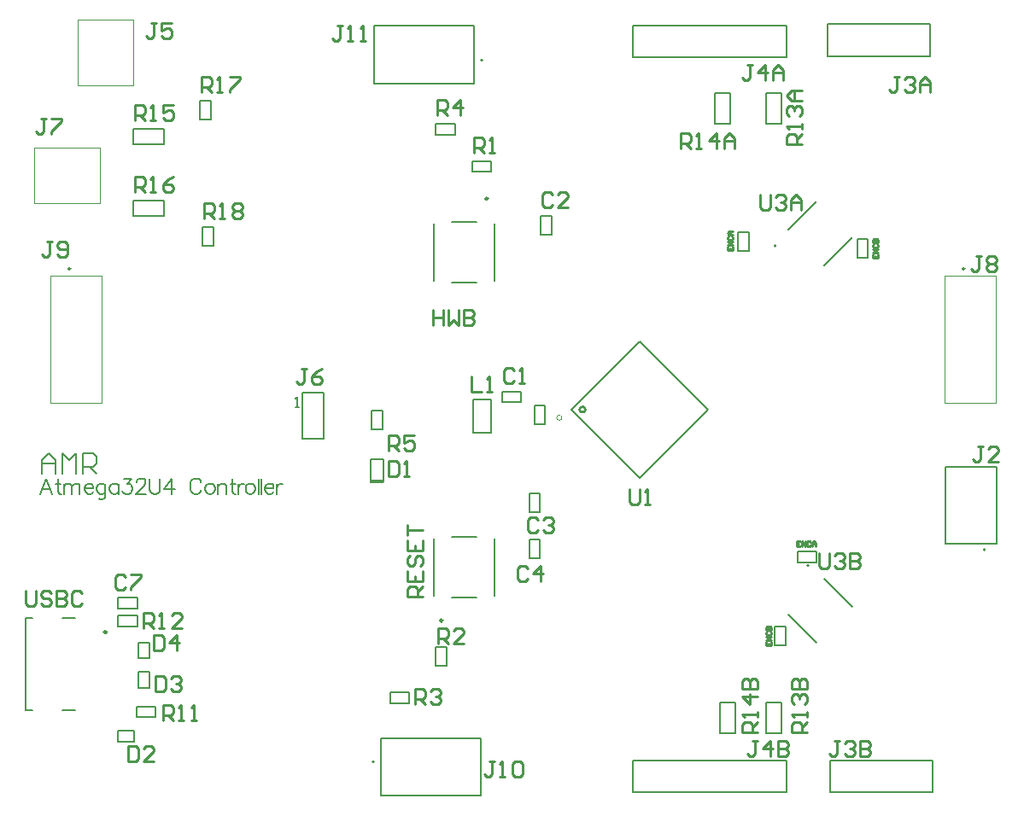
<source format=gto>
G04*
G04 #@! TF.GenerationSoftware,Altium Limited,Altium Designer,25.5.2 (35)*
G04*
G04 Layer_Color=65535*
%FSLAX25Y25*%
%MOIN*%
G70*
G04*
G04 #@! TF.SameCoordinates,D66E9047-1B96-4A49-AC18-2C29B9855DE9*
G04*
G04*
G04 #@! TF.FilePolarity,Positive*
G04*
G01*
G75*
%ADD10C,0.00984*%
%ADD11C,0.00787*%
%ADD12C,0.01000*%
%ADD13C,0.00000*%
%ADD14C,0.00600*%
%ADD15C,0.00500*%
%ADD16C,0.00394*%
%ADD17C,0.00800*%
%ADD18R,0.05400X0.01530*%
D10*
X163634Y75134D02*
G03*
X163634Y75134I-492J0D01*
G01*
X181350Y239866D02*
G03*
X181350Y239866I-492J0D01*
G01*
X32480Y70579D02*
G03*
X32480Y70579I-492J0D01*
G01*
D11*
X293730Y221470D02*
G03*
X293730Y221470I-394J0D01*
G01*
X179335Y293933D02*
G03*
X179335Y293933I-394J0D01*
G01*
X306564Y96664D02*
G03*
X306564Y96664I-394J0D01*
G01*
X136913Y20000D02*
G03*
X136913Y20000I-394J0D01*
G01*
X375394Y102795D02*
G03*
X375394Y102795I-394J0D01*
G01*
X160189Y84878D02*
Y107122D01*
X167177Y107811D02*
X176823D01*
X183811Y84878D02*
Y107122D01*
X167177Y84189D02*
X176823D01*
X183811Y207878D02*
Y230122D01*
X167177Y207189D02*
X176823D01*
X160189Y207878D02*
Y230122D01*
X167177Y230811D02*
X176823D01*
X15256Y75992D02*
X20177D01*
X787D02*
X3642D01*
X787Y40008D02*
Y75992D01*
X15256Y40008D02*
X20177D01*
X787D02*
X3642D01*
D12*
X219342Y157500D02*
G03*
X219342Y157500I-1113J0D01*
G01*
X367300Y212500D02*
G03*
X367300Y212500I-300J0D01*
G01*
X18300D02*
G03*
X18300Y212500I-300J0D01*
G01*
X155999Y84504D02*
X150001D01*
Y87504D01*
X151001Y88503D01*
X153000D01*
X154000Y87504D01*
Y84504D01*
Y86504D02*
X155999Y88503D01*
X150001Y94501D02*
Y90503D01*
X155999D01*
Y94501D01*
X153000Y90503D02*
Y92502D01*
X151001Y100499D02*
X150001Y99500D01*
Y97500D01*
X151001Y96501D01*
X152000D01*
X153000Y97500D01*
Y99500D01*
X154000Y100499D01*
X154999D01*
X155999Y99500D01*
Y97500D01*
X154999Y96501D01*
X150001Y106497D02*
Y102499D01*
X155999D01*
Y106497D01*
X153000Y102499D02*
Y104498D01*
X150001Y108497D02*
Y112496D01*
Y110496D01*
X155999D01*
X275000Y221167D02*
Y219834D01*
X277000D01*
Y221167D01*
X276000Y219834D02*
Y220501D01*
X277000Y221834D02*
X275000D01*
X277000Y223167D01*
X275000D01*
X275333Y225166D02*
X275000Y224833D01*
Y224166D01*
X275333Y223833D01*
X276666D01*
X277000Y224166D01*
Y224833D01*
X276666Y225166D01*
X277000Y225833D02*
X275667D01*
X275000Y226499D01*
X275667Y227166D01*
X277000D01*
X276000D01*
Y225833D01*
X331500Y218167D02*
Y216834D01*
X333500D01*
Y218167D01*
X332500Y216834D02*
Y217501D01*
X333500Y218834D02*
X331500D01*
X333500Y220167D01*
X331500D01*
X331834Y222166D02*
X331500Y221833D01*
Y221166D01*
X331834Y220833D01*
X333166D01*
X333500Y221166D01*
Y221833D01*
X333166Y222166D01*
X331500Y222833D02*
X333500D01*
Y223832D01*
X333166Y224166D01*
X332833D01*
X332500Y223832D01*
Y222833D01*
Y223832D01*
X332167Y224166D01*
X331834D01*
X331500Y223832D01*
Y222833D01*
X303167Y106000D02*
X301835D01*
Y104000D01*
X303167D01*
X301835Y105000D02*
X302501D01*
X303834Y104000D02*
Y106000D01*
X305167Y104000D01*
Y106000D01*
X307166Y105666D02*
X306833Y106000D01*
X306167D01*
X305833Y105666D01*
Y104334D01*
X306167Y104000D01*
X306833D01*
X307166Y104334D01*
X307833Y104000D02*
Y105333D01*
X308499Y106000D01*
X309166Y105333D01*
Y104000D01*
Y105000D01*
X307833D01*
X290000Y66667D02*
Y65334D01*
X292000D01*
Y66667D01*
X291000Y65334D02*
Y66001D01*
X292000Y67334D02*
X290000D01*
X292000Y68667D01*
X290000D01*
X290334Y70666D02*
X290000Y70333D01*
Y69666D01*
X290334Y69333D01*
X291666D01*
X292000Y69666D01*
Y70333D01*
X291666Y70666D01*
X290000Y71333D02*
X292000D01*
Y72332D01*
X291666Y72666D01*
X291333D01*
X291000Y72332D01*
Y71333D01*
Y72332D01*
X290667Y72666D01*
X290334D01*
X290000Y72332D01*
Y71333D01*
X287503Y241499D02*
Y236501D01*
X288502Y235501D01*
X290502D01*
X291501Y236501D01*
Y241499D01*
X293501Y240499D02*
X294500Y241499D01*
X296500D01*
X297499Y240499D01*
Y239500D01*
X296500Y238500D01*
X295500D01*
X296500D01*
X297499Y237500D01*
Y236501D01*
X296500Y235501D01*
X294500D01*
X293501Y236501D01*
X299499Y235501D02*
Y239500D01*
X301498Y241499D01*
X303497Y239500D01*
Y235501D01*
Y238500D01*
X299499D01*
X303999Y261003D02*
X298001D01*
Y264002D01*
X299001Y265002D01*
X301000D01*
X302000Y264002D01*
Y261003D01*
Y263003D02*
X303999Y265002D01*
Y267002D02*
Y269001D01*
Y268001D01*
X298001D01*
X299001Y267002D01*
Y272000D02*
X298001Y273000D01*
Y274999D01*
X299001Y275998D01*
X300000D01*
X301000Y274999D01*
Y273999D01*
Y274999D01*
X302000Y275998D01*
X302999D01*
X303999Y274999D01*
Y273000D01*
X302999Y272000D01*
X303999Y277998D02*
X300000D01*
X298001Y279997D01*
X300000Y281997D01*
X303999D01*
X301000D01*
Y277998D01*
X256503Y259501D02*
Y265499D01*
X259502D01*
X260502Y264499D01*
Y262500D01*
X259502Y261500D01*
X256503D01*
X258503D02*
X260502Y259501D01*
X262502D02*
X264501D01*
X263501D01*
Y265499D01*
X262502Y264499D01*
X270499Y259501D02*
Y265499D01*
X267500Y262500D01*
X271498D01*
X273498Y259501D02*
Y263500D01*
X275497Y265499D01*
X277497Y263500D01*
Y259501D01*
Y262500D01*
X273498D01*
X342001Y287499D02*
X340002D01*
X341002D01*
Y282501D01*
X340002Y281501D01*
X339002D01*
X338003Y282501D01*
X344001Y286499D02*
X345000Y287499D01*
X347000D01*
X347999Y286499D01*
Y285500D01*
X347000Y284500D01*
X346000D01*
X347000D01*
X347999Y283500D01*
Y282501D01*
X347000Y281501D01*
X345000D01*
X344001Y282501D01*
X349999Y281501D02*
Y285500D01*
X351998Y287499D01*
X353997Y285500D01*
Y281501D01*
Y284500D01*
X349999D01*
X284501Y291999D02*
X282502D01*
X283502D01*
Y287001D01*
X282502Y286001D01*
X281502D01*
X280503Y287001D01*
X289500Y286001D02*
Y291999D01*
X286501Y289000D01*
X290499D01*
X292499Y286001D02*
Y290000D01*
X294498Y291999D01*
X296497Y290000D01*
Y286001D01*
Y289000D01*
X292499D01*
X124501Y307499D02*
X122502D01*
X123501D01*
Y302501D01*
X122502Y301501D01*
X121502D01*
X120502Y302501D01*
X126500Y301501D02*
X128499D01*
X127500D01*
Y307499D01*
X126500Y306499D01*
X131499Y301501D02*
X133498D01*
X132498D01*
Y307499D01*
X131499Y306499D01*
X160003Y196499D02*
Y190501D01*
Y193500D01*
X164001D01*
Y196499D01*
Y190501D01*
X166001Y196499D02*
Y190501D01*
X168000Y192500D01*
X169999Y190501D01*
Y196499D01*
X171999D02*
Y190501D01*
X174998D01*
X175997Y191501D01*
Y192500D01*
X174998Y193500D01*
X171999D01*
X174998D01*
X175997Y194500D01*
Y195499D01*
X174998Y196499D01*
X171999D01*
X175001Y170499D02*
Y164501D01*
X179000D01*
X180999D02*
X182999D01*
X181999D01*
Y170499D01*
X180999Y169499D01*
X9000Y270999D02*
X7001D01*
X8001D01*
Y266001D01*
X7001Y265001D01*
X6001D01*
X5002Y266001D01*
X11000Y270999D02*
X14998D01*
Y269999D01*
X11000Y266001D01*
Y265001D01*
X52000Y308499D02*
X50001D01*
X51001D01*
Y303501D01*
X50001Y302501D01*
X49001D01*
X48002Y303501D01*
X57998Y308499D02*
X54000D01*
Y305500D01*
X55999Y306500D01*
X56999D01*
X57998Y305500D01*
Y303501D01*
X56999Y302501D01*
X54999D01*
X54000Y303501D01*
X236501Y126499D02*
Y121501D01*
X237501Y120501D01*
X239500D01*
X240500Y121501D01*
Y126499D01*
X242499Y120501D02*
X244499D01*
X243499D01*
Y126499D01*
X242499Y125499D01*
X201000Y114499D02*
X200001Y115499D01*
X198001D01*
X197002Y114499D01*
Y110501D01*
X198001Y109501D01*
X200001D01*
X201000Y110501D01*
X203000Y114499D02*
X203999Y115499D01*
X205999D01*
X206998Y114499D01*
Y113500D01*
X205999Y112500D01*
X204999D01*
X205999D01*
X206998Y111500D01*
Y110501D01*
X205999Y109501D01*
X203999D01*
X203000Y110501D01*
X197000Y95499D02*
X196001Y96499D01*
X194001D01*
X193002Y95499D01*
Y91501D01*
X194001Y90501D01*
X196001D01*
X197000Y91501D01*
X201999Y90501D02*
Y96499D01*
X199000Y93500D01*
X202998D01*
X310503Y101499D02*
Y96501D01*
X311502Y95501D01*
X313502D01*
X314501Y96501D01*
Y101499D01*
X316501Y100499D02*
X317500Y101499D01*
X319500D01*
X320499Y100499D01*
Y99500D01*
X319500Y98500D01*
X318500D01*
X319500D01*
X320499Y97500D01*
Y96501D01*
X319500Y95501D01*
X317500D01*
X316501Y96501D01*
X322499Y101499D02*
Y95501D01*
X325498D01*
X326497Y96501D01*
Y97500D01*
X325498Y98500D01*
X322499D01*
X325498D01*
X326497Y99500D01*
Y100499D01*
X325498Y101499D01*
X322499D01*
X286499Y31503D02*
X280501D01*
Y34502D01*
X281501Y35502D01*
X283500D01*
X284500Y34502D01*
Y31503D01*
Y33503D02*
X286499Y35502D01*
Y37501D02*
Y39501D01*
Y38501D01*
X280501D01*
X281501Y37501D01*
X286499Y45499D02*
X280501D01*
X283500Y42500D01*
Y46499D01*
X280501Y48498D02*
X286499D01*
Y51497D01*
X285499Y52497D01*
X284500D01*
X283500Y51497D01*
Y48498D01*
Y51497D01*
X282500Y52497D01*
X281501D01*
X280501Y51497D01*
Y48498D01*
X305999Y31503D02*
X300001D01*
Y34502D01*
X301001Y35502D01*
X303000D01*
X304000Y34502D01*
Y31503D01*
Y33503D02*
X305999Y35502D01*
Y37501D02*
Y39501D01*
Y38501D01*
X300001D01*
X301001Y37501D01*
Y42500D02*
X300001Y43499D01*
Y45499D01*
X301001Y46499D01*
X302000D01*
X303000Y45499D01*
Y44499D01*
Y45499D01*
X304000Y46499D01*
X304999D01*
X305999Y45499D01*
Y43499D01*
X304999Y42500D01*
X300001Y48498D02*
X305999D01*
Y51497D01*
X304999Y52497D01*
X304000D01*
X303000Y51497D01*
Y48498D01*
Y51497D01*
X302000Y52497D01*
X301001D01*
X300001Y51497D01*
Y48498D01*
X40000Y91999D02*
X39001Y92999D01*
X37001D01*
X36002Y91999D01*
Y88001D01*
X37001Y87001D01*
X39001D01*
X40000Y88001D01*
X42000Y92999D02*
X45998D01*
Y91999D01*
X42000Y88001D01*
Y87001D01*
X47002Y72001D02*
Y77999D01*
X50002D01*
X51001Y76999D01*
Y75000D01*
X50002Y74000D01*
X47002D01*
X49002D02*
X51001Y72001D01*
X53000D02*
X55000D01*
X54000D01*
Y77999D01*
X53000Y76999D01*
X61998Y72001D02*
X57999D01*
X61998Y76000D01*
Y76999D01*
X60998Y77999D01*
X58999D01*
X57999Y76999D01*
X51002Y69499D02*
Y63501D01*
X54001D01*
X55000Y64501D01*
Y68499D01*
X54001Y69499D01*
X51002D01*
X59999Y63501D02*
Y69499D01*
X57000Y66500D01*
X60998D01*
X51502Y53499D02*
Y47501D01*
X54501D01*
X55500Y48501D01*
Y52499D01*
X54501Y53499D01*
X51502D01*
X57500Y52499D02*
X58499Y53499D01*
X60499D01*
X61498Y52499D01*
Y51500D01*
X60499Y50500D01*
X59499D01*
X60499D01*
X61498Y49500D01*
Y48501D01*
X60499Y47501D01*
X58499D01*
X57500Y48501D01*
X54502Y36001D02*
Y41999D01*
X57501D01*
X58501Y40999D01*
Y39000D01*
X57501Y38000D01*
X54502D01*
X56502D02*
X58501Y36001D01*
X60500D02*
X62499D01*
X61500D01*
Y41999D01*
X60500Y40999D01*
X65499Y36001D02*
X67498D01*
X66498D01*
Y41999D01*
X65499Y40999D01*
X41002Y25999D02*
Y20001D01*
X44001D01*
X45000Y21001D01*
Y24999D01*
X44001Y25999D01*
X41002D01*
X50998Y20001D02*
X47000D01*
X50998Y24000D01*
Y24999D01*
X49999Y25999D01*
X47999D01*
X47000Y24999D01*
X142502Y141501D02*
Y147499D01*
X145501D01*
X146500Y146499D01*
Y144500D01*
X145501Y143500D01*
X142502D01*
X144501D02*
X146500Y141501D01*
X152498Y147499D02*
X148500D01*
Y144500D01*
X150499Y145500D01*
X151499D01*
X152498Y144500D01*
Y142501D01*
X151499Y141501D01*
X149499D01*
X148500Y142501D01*
X142501Y137499D02*
Y131501D01*
X145500D01*
X146500Y132501D01*
Y136499D01*
X145500Y137499D01*
X142501D01*
X148499Y131501D02*
X150499D01*
X149499D01*
Y137499D01*
X148499Y136499D01*
X153002Y42501D02*
Y48499D01*
X156001D01*
X157000Y47499D01*
Y45500D01*
X156001Y44500D01*
X153002D01*
X155001D02*
X157000Y42501D01*
X159000Y47499D02*
X159999Y48499D01*
X161999D01*
X162998Y47499D01*
Y46500D01*
X161999Y45500D01*
X160999D01*
X161999D01*
X162998Y44500D01*
Y43501D01*
X161999Y42501D01*
X159999D01*
X159000Y43501D01*
X162002Y66001D02*
Y71999D01*
X165001D01*
X166000Y70999D01*
Y69000D01*
X165001Y68000D01*
X162002D01*
X164001D02*
X166000Y66001D01*
X171998D02*
X168000D01*
X171998Y70000D01*
Y70999D01*
X170999Y71999D01*
X168999D01*
X168000Y70999D01*
X184001Y19999D02*
X182002D01*
X183001D01*
Y15001D01*
X182002Y14001D01*
X181002D01*
X180002Y15001D01*
X186001Y14001D02*
X188000D01*
X187000D01*
Y19999D01*
X186001Y18999D01*
X190999D02*
X191999Y19999D01*
X193998D01*
X194998Y18999D01*
Y15001D01*
X193998Y14001D01*
X191999D01*
X190999Y15001D01*
Y18999D01*
X286501Y27999D02*
X284502D01*
X285502D01*
Y23001D01*
X284502Y22001D01*
X283502D01*
X282503Y23001D01*
X291500Y22001D02*
Y27999D01*
X288501Y25000D01*
X292499D01*
X294499Y27999D02*
Y22001D01*
X297498D01*
X298497Y23001D01*
Y24000D01*
X297498Y25000D01*
X294499D01*
X297498D01*
X298497Y26000D01*
Y26999D01*
X297498Y27999D01*
X294499D01*
X318501D02*
X316502D01*
X317502D01*
Y23001D01*
X316502Y22001D01*
X315502D01*
X314503Y23001D01*
X320501Y26999D02*
X321500Y27999D01*
X323500D01*
X324499Y26999D01*
Y26000D01*
X323500Y25000D01*
X322500D01*
X323500D01*
X324499Y24000D01*
Y23001D01*
X323500Y22001D01*
X321500D01*
X320501Y23001D01*
X326499Y27999D02*
Y22001D01*
X329498D01*
X330497Y23001D01*
Y24000D01*
X329498Y25000D01*
X326499D01*
X329498D01*
X330497Y26000D01*
Y26999D01*
X329498Y27999D01*
X326499D01*
X374500Y142999D02*
X372501D01*
X373501D01*
Y138001D01*
X372501Y137001D01*
X371501D01*
X370502Y138001D01*
X380498Y137001D02*
X376500D01*
X380498Y141000D01*
Y141999D01*
X379499Y142999D01*
X377499D01*
X376500Y141999D01*
X374000Y217499D02*
X372001D01*
X373001D01*
Y212501D01*
X372001Y211501D01*
X371001D01*
X370002Y212501D01*
X376000Y216499D02*
X376999Y217499D01*
X378999D01*
X379998Y216499D01*
Y215500D01*
X378999Y214500D01*
X379998Y213500D01*
Y212501D01*
X378999Y211501D01*
X376999D01*
X376000Y212501D01*
Y213500D01*
X376999Y214500D01*
X376000Y215500D01*
Y216499D01*
X376999Y214500D02*
X378999D01*
X70500Y232000D02*
Y237998D01*
X73499D01*
X74499Y236998D01*
Y234999D01*
X73499Y233999D01*
X70500D01*
X72499D02*
X74499Y232000D01*
X76498D02*
X78497D01*
X77498D01*
Y237998D01*
X76498Y236998D01*
X81496D02*
X82496Y237998D01*
X84496D01*
X85495Y236998D01*
Y235999D01*
X84496Y234999D01*
X85495Y233999D01*
Y233000D01*
X84496Y232000D01*
X82496D01*
X81496Y233000D01*
Y233999D01*
X82496Y234999D01*
X81496Y235999D01*
Y236998D01*
X82496Y234999D02*
X84496D01*
X69600Y281300D02*
Y287298D01*
X72599D01*
X73599Y286298D01*
Y284299D01*
X72599Y283299D01*
X69600D01*
X71599D02*
X73599Y281300D01*
X75598D02*
X77597D01*
X76598D01*
Y287298D01*
X75598Y286298D01*
X80596Y287298D02*
X84595D01*
Y286298D01*
X80596Y282300D01*
Y281300D01*
X43700Y242300D02*
Y248298D01*
X46699D01*
X47699Y247298D01*
Y245299D01*
X46699Y244299D01*
X43700D01*
X45699D02*
X47699Y242300D01*
X49698D02*
X51697D01*
X50698D01*
Y248298D01*
X49698Y247298D01*
X58695Y248298D02*
X56696Y247298D01*
X54696Y245299D01*
Y243300D01*
X55696Y242300D01*
X57696D01*
X58695Y243300D01*
Y244299D01*
X57696Y245299D01*
X54696D01*
X43700Y270300D02*
Y276298D01*
X46699D01*
X47699Y275298D01*
Y273299D01*
X46699Y272299D01*
X43700D01*
X45699D02*
X47699Y270300D01*
X49698D02*
X51697D01*
X50698D01*
Y276298D01*
X49698Y275298D01*
X58695Y276298D02*
X54696D01*
Y273299D01*
X56696Y274299D01*
X57696D01*
X58695Y273299D01*
Y271300D01*
X57696Y270300D01*
X55696D01*
X54696Y271300D01*
X161700Y272500D02*
Y278498D01*
X164699D01*
X165699Y277498D01*
Y275499D01*
X164699Y274499D01*
X161700D01*
X163699D02*
X165699Y272500D01*
X170697D02*
Y278498D01*
X167698Y275499D01*
X171697D01*
X11299Y222998D02*
X9299D01*
X10299D01*
Y218000D01*
X9299Y217000D01*
X8300D01*
X7300Y218000D01*
X13298D02*
X14298Y217000D01*
X16297D01*
X17297Y218000D01*
Y221998D01*
X16297Y222998D01*
X14298D01*
X13298Y221998D01*
Y220999D01*
X14298Y219999D01*
X17297D01*
X176000Y257900D02*
Y263898D01*
X178999D01*
X179999Y262898D01*
Y260899D01*
X178999Y259899D01*
X176000D01*
X177999D02*
X179999Y257900D01*
X181998D02*
X183997D01*
X182998D01*
Y263898D01*
X181998Y262898D01*
X110499Y173298D02*
X108499D01*
X109499D01*
Y168300D01*
X108499Y167300D01*
X107500D01*
X106500Y168300D01*
X116497Y173298D02*
X114497Y172298D01*
X112498Y170299D01*
Y168300D01*
X113498Y167300D01*
X115497D01*
X116497Y168300D01*
Y169299D01*
X115497Y170299D01*
X112498D01*
X1000Y86798D02*
Y81800D01*
X2000Y80800D01*
X3999D01*
X4999Y81800D01*
Y86798D01*
X10997Y85798D02*
X9997Y86798D01*
X7998D01*
X6998Y85798D01*
Y84799D01*
X7998Y83799D01*
X9997D01*
X10997Y82799D01*
Y81800D01*
X9997Y80800D01*
X7998D01*
X6998Y81800D01*
X12996Y86798D02*
Y80800D01*
X15995D01*
X16995Y81800D01*
Y82799D01*
X15995Y83799D01*
X12996D01*
X15995D01*
X16995Y84799D01*
Y85798D01*
X15995Y86798D01*
X12996D01*
X22993Y85798D02*
X21993Y86798D01*
X19994D01*
X18994Y85798D01*
Y81800D01*
X19994Y80800D01*
X21993D01*
X22993Y81800D01*
X206599Y241298D02*
X205599Y242298D01*
X203600D01*
X202600Y241298D01*
Y237300D01*
X203600Y236300D01*
X205599D01*
X206599Y237300D01*
X212597Y236300D02*
X208598D01*
X212597Y240299D01*
Y241298D01*
X211597Y242298D01*
X209598D01*
X208598Y241298D01*
X191499Y172898D02*
X190499Y173898D01*
X188500D01*
X187500Y172898D01*
Y168900D01*
X188500Y167900D01*
X190499D01*
X191499Y168900D01*
X193498Y167900D02*
X195497D01*
X194498D01*
Y173898D01*
X193498Y172898D01*
D13*
X210181Y154298D02*
G03*
X210181Y154298I-1000J0D01*
G01*
D14*
X278800Y219300D02*
Y226700D01*
X283100D01*
Y219300D02*
Y226700D01*
X278800Y219300D02*
X283100D01*
X329700Y216800D02*
Y224200D01*
X325400Y216800D02*
X329700D01*
X325400D02*
Y224200D01*
X329700D01*
X302300Y102200D02*
X309700D01*
Y97900D02*
Y102200D01*
X302300Y97900D02*
X309700D01*
X302300D02*
Y102200D01*
X293300Y65300D02*
Y72700D01*
X297600D01*
Y65300D02*
Y72700D01*
X293300Y65300D02*
X297600D01*
X290000Y269000D02*
X296000D01*
Y281000D01*
X290000D02*
X296000D01*
X290000Y269000D02*
Y281000D01*
X270000Y269000D02*
X276000D01*
Y281000D01*
X270000D02*
X276000D01*
X270000Y269000D02*
Y281000D01*
X314000Y295563D02*
X354000D01*
Y308000D01*
X314000D02*
X354000D01*
X314000Y295563D02*
Y308000D01*
X238000Y307437D02*
X298000D01*
X238000Y295000D02*
Y307437D01*
Y295000D02*
X298000D01*
Y307437D01*
X197400Y117300D02*
X201700D01*
Y124700D01*
X197400D02*
X201700D01*
X197400Y117300D02*
Y124700D01*
Y99300D02*
X201700D01*
Y106700D01*
X197400D02*
X201700D01*
X197400Y99300D02*
Y106700D01*
X272000Y43000D02*
X278000D01*
X272000Y31000D02*
Y43000D01*
Y31000D02*
X278000D01*
Y43000D01*
X290000D02*
X296000D01*
X290000Y31000D02*
Y43000D01*
Y31000D02*
X296000D01*
Y43000D01*
X44393Y79900D02*
Y84200D01*
X36993D02*
X44393D01*
X36993Y79900D02*
Y84200D01*
Y79900D02*
X44393D01*
Y72800D02*
Y77100D01*
X36993D02*
X44393D01*
X36993Y72800D02*
Y77100D01*
Y72800D02*
X44393D01*
X44800Y66600D02*
X49200D01*
X44800Y60400D02*
Y66600D01*
Y60400D02*
X49200D01*
Y66600D01*
X44800Y48900D02*
X49200D01*
Y55100D01*
X44800D02*
X49200D01*
X44800Y48900D02*
Y55100D01*
X51700Y37300D02*
Y41600D01*
X44300D02*
X51700D01*
X44300Y37300D02*
Y41600D01*
Y37300D02*
X51700D01*
X43100Y27800D02*
Y32200D01*
X36900D02*
X43100D01*
X36900Y27800D02*
Y32200D01*
Y27800D02*
X43100D01*
X135800Y149607D02*
X140100D01*
Y157007D01*
X135800D02*
X140100D01*
X135800Y149607D02*
Y157007D01*
X135600Y129300D02*
Y138100D01*
X140400D01*
Y129300D02*
Y138100D01*
X135600Y129300D02*
X140400D01*
X143300Y42900D02*
Y47200D01*
Y42900D02*
X150700D01*
Y47200D01*
X143300D02*
X150700D01*
X160900Y64700D02*
X165200D01*
X160900Y57300D02*
Y64700D01*
Y57300D02*
X165200D01*
Y64700D01*
X238000Y20437D02*
X298000D01*
X238000Y8000D02*
Y20437D01*
Y8000D02*
X298000D01*
Y20437D01*
X315000D02*
X355000D01*
X315000D02*
X315000Y8000D01*
X355000D01*
Y20437D01*
X43000Y267000D02*
X55000D01*
Y261000D02*
Y267000D01*
X43000Y261000D02*
X55000D01*
X43000D02*
Y267000D01*
Y239000D02*
X55000D01*
Y233000D02*
Y239000D01*
X43000Y233000D02*
X55000D01*
X43000D02*
Y239000D01*
X69800Y221300D02*
Y228700D01*
X74100D01*
Y221300D02*
Y228700D01*
X69800Y221300D02*
X74100D01*
X73200Y270607D02*
Y278007D01*
X68900Y270607D02*
X73200D01*
X68900D02*
Y278007D01*
X73200D01*
X160993Y269200D02*
X168393D01*
Y264900D02*
Y269200D01*
X160993Y264900D02*
X168393D01*
X160993D02*
Y269200D01*
X108750Y164000D02*
X117250D01*
Y146000D02*
Y164000D01*
X108750Y146000D02*
X117250D01*
X108750D02*
Y164000D01*
X186800Y164600D02*
X194200D01*
Y160300D02*
Y164600D01*
X186800Y160300D02*
X194200D01*
X186800D02*
Y164600D01*
X175300Y250300D02*
X182700D01*
X175300D02*
Y254600D01*
X182700D01*
Y250300D02*
Y254600D01*
X201900Y225607D02*
Y233007D01*
X206200D01*
Y225607D02*
Y233007D01*
X201900Y225607D02*
X206200D01*
X199400Y151800D02*
Y159200D01*
X203700D01*
Y151800D02*
Y159200D01*
X199400Y151800D02*
X203700D01*
X7100Y132600D02*
Y137932D01*
X9766Y140597D01*
X12432Y137932D01*
Y132600D01*
Y136599D01*
X7100D01*
X15097Y132600D02*
Y140597D01*
X17763Y137932D01*
X20429Y140597D01*
Y132600D01*
X23095D02*
Y140597D01*
X27093D01*
X28426Y139265D01*
Y136599D01*
X27093Y135266D01*
X23095D01*
X25761D02*
X28426Y132600D01*
X11170Y124600D02*
X8885Y130598D01*
X6600Y124600D01*
X7457Y126599D02*
X10313D01*
X13427Y130598D02*
Y125742D01*
X13713Y124885D01*
X14284Y124600D01*
X14855D01*
X12570Y128599D02*
X14570D01*
X15712D02*
Y124600D01*
Y127456D02*
X16569Y128313D01*
X17141Y128599D01*
X17998D01*
X18569Y128313D01*
X18855Y127456D01*
Y124600D01*
Y127456D02*
X19712Y128313D01*
X20283Y128599D01*
X21140D01*
X21711Y128313D01*
X21997Y127456D01*
Y124600D01*
X23882Y126885D02*
X27310D01*
Y127456D01*
X27024Y128027D01*
X26739Y128313D01*
X26167Y128599D01*
X25310D01*
X24739Y128313D01*
X24168Y127742D01*
X23882Y126885D01*
Y126313D01*
X24168Y125457D01*
X24739Y124885D01*
X25310Y124600D01*
X26167D01*
X26739Y124885D01*
X27310Y125457D01*
X32023Y128599D02*
Y124028D01*
X31738Y123171D01*
X31452Y122886D01*
X30880Y122600D01*
X30024D01*
X29452Y122886D01*
X32023Y127742D02*
X31452Y128313D01*
X30880Y128599D01*
X30024D01*
X29452Y128313D01*
X28881Y127742D01*
X28595Y126885D01*
Y126313D01*
X28881Y125457D01*
X29452Y124885D01*
X30024Y124600D01*
X30880D01*
X31452Y124885D01*
X32023Y125457D01*
X37051Y128599D02*
Y124600D01*
Y127742D02*
X36479Y128313D01*
X35908Y128599D01*
X35051D01*
X34480Y128313D01*
X33908Y127742D01*
X33623Y126885D01*
Y126313D01*
X33908Y125457D01*
X34480Y124885D01*
X35051Y124600D01*
X35908D01*
X36479Y124885D01*
X37051Y125457D01*
X39222Y130598D02*
X42364D01*
X40650Y128313D01*
X41507D01*
X42078Y128027D01*
X42364Y127742D01*
X42649Y126885D01*
Y126313D01*
X42364Y125457D01*
X41793Y124885D01*
X40936Y124600D01*
X40078D01*
X39222Y124885D01*
X38936Y125171D01*
X38650Y125742D01*
X44278Y129170D02*
Y129456D01*
X44563Y130027D01*
X44849Y130313D01*
X45420Y130598D01*
X46563D01*
X47134Y130313D01*
X47420Y130027D01*
X47706Y129456D01*
Y128884D01*
X47420Y128313D01*
X46848Y127456D01*
X43992Y124600D01*
X47991D01*
X49334Y130598D02*
Y126313D01*
X49619Y125457D01*
X50191Y124885D01*
X51048Y124600D01*
X51619D01*
X52476Y124885D01*
X53047Y125457D01*
X53333Y126313D01*
Y130598D01*
X57846D02*
X54990Y126599D01*
X59274D01*
X57846Y130598D02*
Y124600D01*
X69329Y129170D02*
X69044Y129741D01*
X68472Y130313D01*
X67901Y130598D01*
X66759D01*
X66187Y130313D01*
X65616Y129741D01*
X65330Y129170D01*
X65045Y128313D01*
Y126885D01*
X65330Y126028D01*
X65616Y125457D01*
X66187Y124885D01*
X66759Y124600D01*
X67901D01*
X68472Y124885D01*
X69044Y125457D01*
X69329Y126028D01*
X72443Y128599D02*
X71872Y128313D01*
X71300Y127742D01*
X71015Y126885D01*
Y126313D01*
X71300Y125457D01*
X71872Y124885D01*
X72443Y124600D01*
X73300D01*
X73871Y124885D01*
X74443Y125457D01*
X74728Y126313D01*
Y126885D01*
X74443Y127742D01*
X73871Y128313D01*
X73300Y128599D01*
X72443D01*
X76042D02*
Y124600D01*
Y127456D02*
X76899Y128313D01*
X77470Y128599D01*
X78328D01*
X78899Y128313D01*
X79184Y127456D01*
Y124600D01*
X81612Y130598D02*
Y125742D01*
X81898Y124885D01*
X82469Y124600D01*
X83041D01*
X80756Y128599D02*
X82755D01*
X83898D02*
Y124600D01*
Y126885D02*
X84183Y127742D01*
X84755Y128313D01*
X85326Y128599D01*
X86183D01*
X88154D02*
X87583Y128313D01*
X87011Y127742D01*
X86726Y126885D01*
Y126313D01*
X87011Y125457D01*
X87583Y124885D01*
X88154Y124600D01*
X89011D01*
X89582Y124885D01*
X90153Y125457D01*
X90439Y126313D01*
Y126885D01*
X90153Y127742D01*
X89582Y128313D01*
X89011Y128599D01*
X88154D01*
X91753Y130598D02*
Y124600D01*
X93010Y130598D02*
Y124600D01*
X94267Y126885D02*
X97695D01*
Y127456D01*
X97409Y128027D01*
X97123Y128313D01*
X96552Y128599D01*
X95695D01*
X95124Y128313D01*
X94553Y127742D01*
X94267Y126885D01*
Y126313D01*
X94553Y125457D01*
X95124Y124885D01*
X95695Y124600D01*
X96552D01*
X97123Y124885D01*
X97695Y125457D01*
X98980Y128599D02*
Y124600D01*
Y126885D02*
X99266Y127742D01*
X99837Y128313D01*
X100408Y128599D01*
X101265D01*
X106100Y158400D02*
X107433D01*
X106766D01*
Y162399D01*
X106100Y161732D01*
D15*
X312601Y213842D02*
X323458Y224699D01*
X298542Y227901D02*
X309399Y238758D01*
X136815Y284681D02*
Y307319D01*
Y284681D02*
X175791D01*
Y307319D01*
X136815D02*
X175791D01*
X175500Y161500D02*
X182500D01*
Y148500D02*
Y161500D01*
X175500Y148500D02*
X182500D01*
X175500D02*
Y161500D01*
X312601Y91458D02*
X323458Y80601D01*
X298542Y77399D02*
X309399Y66542D01*
X178646Y6614D02*
Y29252D01*
X139669D02*
X178646D01*
X139669Y6614D02*
Y29252D01*
Y6614D02*
X178646D01*
X360000Y105000D02*
X380000D01*
Y135000D01*
X360000D02*
X380000D01*
X360000Y105000D02*
Y135000D01*
D16*
X29795Y238213D02*
Y259787D01*
X4205Y238213D02*
X29795D01*
X4205D02*
Y259787D01*
X29795D01*
X21213Y284205D02*
X42787D01*
X21213D02*
Y309795D01*
X42787D01*
Y284205D02*
Y309795D01*
X359461Y209902D02*
X379539D01*
Y160098D02*
Y209902D01*
X359461Y160098D02*
X379539D01*
X359461D02*
Y209902D01*
X10461D02*
X30539D01*
Y160098D02*
Y209902D01*
X10461Y160098D02*
X30539D01*
X10461D02*
Y209902D01*
D17*
X213775Y157500D02*
X240500Y184225D01*
X267225Y157500D01*
X240500Y130775D02*
X267225Y157500D01*
X213775D02*
X240500Y130775D01*
D18*
X138000Y129365D02*
D03*
M02*

</source>
